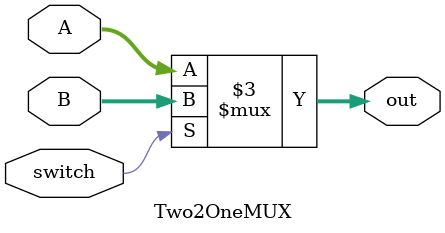
<source format=v>
`timescale 1ns / 1ps


module Two2OneMUX(
    input [31:0] A,
    input [31:0] B,
    input switch,
    
    output reg [31:0] out
    );
    
    always @ (*) 
    begin
    if (switch)
        out = B;
    else
        out = A;
    end    
endmodule

</source>
